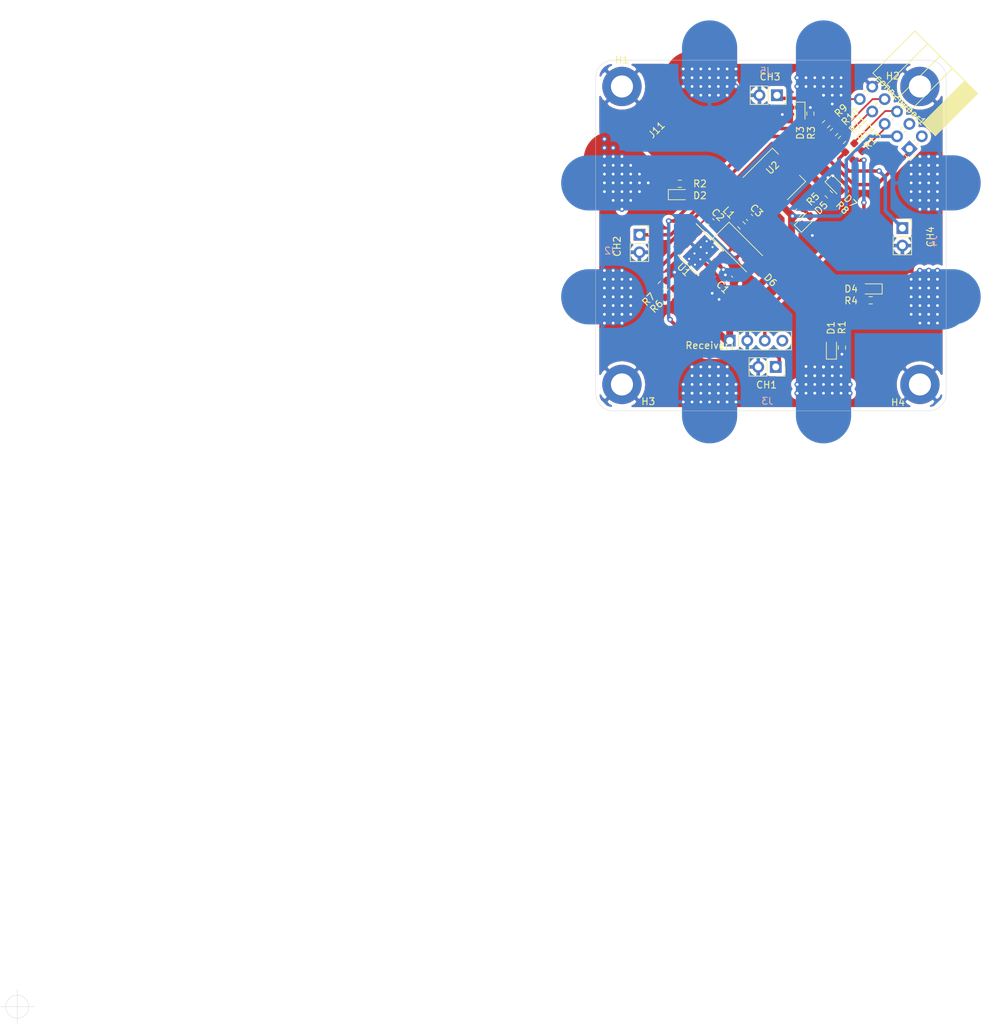
<source format=kicad_pcb>
(kicad_pcb (version 20171130) (host pcbnew "(5.1.8-0-10_14)")
  (layers (0 F.Cu signal) (31 B.Cu signal) (34 B.Paste user) (35 F.Paste user hide) (36 B.SilkS user) (37 F.SilkS user) (38 B.Mask user) (39 F.Mask user) (44 Edge.Cuts user))
  (net 0 "")
  (net 1 GND)
  (net 2 /VCC_IN)
  (net 3 "Net-(C2-Pad2)")
  (net 4 "Net-(C2-Pad1)")
  (net 5 "Net-(D1-Pad2)")
  (net 6 "Net-(D2-Pad2)")
  (net 7 "Net-(D3-Pad2)")
  (net 8 "Net-(D4-Pad2)")
  (net 9 "Net-(D5-Pad2)")
  (net 10 "Net-(D7-Pad2)")
  (net 11 PMM)
  (net 12 +5V)
  (net 13 PWM_CH1)
  (net 14 PWM_CH2)
  (net 15 +3V3)
  (net 16 PWM_CH3)
  (net 17 PWM_CH4)
  (net 18 "Net-(R6-Pad2)")
  (net 19 "Net-(U1-Pad5)")
  (net 20 "Net-(U1-Pad3)")
  (net 21 "Net-(U1-Pad2)")
  (net 22 "Net-(R9-Pad2)")
  (net 23 "Net-(R10-Pad2)")
  (net 24 "Net-(R11-Pad2)")
  (net 25 "Net-(R12-Pad2)")
  (net 26 "Net-(R13-Pad1)")
  (net 27 "Net-(conn2upper1-Pad4)")
  (net 28 "Net-(conn2upper1-Pad2)")
  (net 29 "Net-(Receiver1-Pad4)")
  (module Button_Switch_SMD:ESC_Battery_Pale (layer B.Cu) (at 107.68 102.87 90)
    (fp_text reference J3 (at -7.493 13.732 180) (layer B.SilkS) (effects (justify mirror)))
    (fp_text value Conn_01x02)
    (pad 2 smd oval (at 24.13 -10.16 90) (size 8 12) (layers B.Cu B.Paste B.Mask) (net 2 /VCC_IN))
    (pad 1 smd oval (at 7.62 -10.16 90) (size 8 12) (layers B.Cu B.Paste B.Mask) (net 1 GND))
  )
  (module Button_Switch_SMD:ESC_Battery_Pale (layer B.Cu) (at 105.41 71.35)
    (fp_text reference J5 (at 15.748 -8.8025) (layer B.SilkS) (effects (justify mirror)))
    (fp_text value Conn_01x02)
    (pad 2 smd oval (at 24.13 -10.16) (size 8 12) (layers B.Cu B.Paste B.Mask) (net 2 /VCC_IN))
    (pad 1 smd oval (at 7.62 -10.16) (size 8 12) (layers B.Cu B.Paste B.Mask) (net 1 GND))
  )
  (module Button_Switch_SMD:ESC_Battery_Pale (layer F.Cu) (at 87.63 74.93 45)
    (fp_text reference J11 (at 15.266435 9.788479 225) (layer F.SilkS))
    (fp_text value battery_plug_in)
    (pad 2 smd oval (at 24.13 10.16 45) (size 8 12) (layers F.Cu F.Paste F.Mask) (net 1 GND))
    (pad 1 smd oval (at 7.62 10.16 45) (size 8 12) (layers F.Cu F.Paste F.Mask) (net 2 /VCC_IN))
  )
  (module Button_Switch_SMD:ESC_Battery_Pale (layer B.Cu) (at 136.16 71.12 270)
    (fp_text reference J4 (at 16.0655 -9.3185 270) (layer B.SilkS) (effects (justify mirror)))
    (fp_text value Conn_01x02)
    (pad 2 smd oval (at 24.13 -10.16 270) (size 8 12) (layers B.Cu B.Paste B.Mask) (net 2 /VCC_IN))
    (pad 1 smd oval (at 7.62 -10.16 270) (size 8 12) (layers B.Cu B.Paste B.Mask) (net 1 GND))
  )
  (module Button_Switch_SMD:ESC_Battery_Pale (layer B.Cu) (at 105.41 120.65)
    (fp_text reference J2 (at -6.7945 -32.0675) (layer B.SilkS) (effects (justify mirror)))
    (fp_text value Conn_01x02)
    (pad 2 smd oval (at 24.13 -10.16) (size 8 12) (layers B.Cu B.Paste B.Mask) (net 2 /VCC_IN))
    (pad 1 smd oval (at 7.62 -10.16) (size 8 12) (layers B.Cu B.Paste B.Mask) (net 1 GND))
  )
  (module Connector_PinHeader_2.54mm:PinHeader_1x04_P2.54mm_Vertical (layer F.Cu) (at 115.951 101.6 90)
    (fp_text reference Receiver1 (at -0.6985 -2.794 180) (layer F.SilkS))
    (fp_text value Conn_01x04)
    (pad 4 thru_hole oval (at 0 7.62 90) (size 1.7 1.7) (drill 1) (layers *.Cu *.Mask) (net 29 "Net-(Receiver1-Pad4)"))
    (pad 3 thru_hole oval (at 0 5.08 90) (size 1.7 1.7) (drill 1) (layers *.Cu *.Mask) (net 11 PMM))
    (pad 2 thru_hole oval (at 0 2.54 90) (size 1.7 1.7) (drill 1) (layers *.Cu *.Mask) (net 1 GND))
    (pad 1 thru_hole rect (at 0 0 90) (size 1.7 1.7) (drill 1) (layers *.Cu *.Mask) (net 12 +5V))
  )
  (module Package_TO_SOT_SMD:SOT-223-3_TabPin2 (layer F.Cu) (at 123.19 77.47 45)
    (fp_text reference U2 (at -0.071842 -1.364999 45) (layer F.SilkS))
    (fp_text value AMS1117-3.3)
    (pad 1 smd rect (at -3.15 -2.3 45) (size 2 1.5) (layers F.Cu F.Paste F.Mask) (net 1 GND))
    (pad 3 smd rect (at -3.15 2.3 45) (size 2 1.5) (layers F.Cu F.Paste F.Mask) (net 12 +5V))
    (pad 2 smd rect (at -3.15 0 45) (size 2 1.5) (layers F.Cu F.Paste F.Mask) (net 15 +3V3))
    (pad 2 smd rect (at 3.15 0 45) (size 2 3.8) (layers F.Cu F.Paste F.Mask) (net 15 +3V3))
  )
  (module Package_SO:TI_SO-PowerPAD-8_ThermalVias (layer F.Cu) (at 111.76 88.9 315)
    (fp_text reference U1 (at -0.044901 3.457399 315) (layer F.SilkS))
    (fp_text value TPS5430DDA)
    (pad 9 thru_hole circle (at 0.6 1.8 315) (size 0.6 0.6) (drill 0.3) (layers *.Cu) (net 1 GND))
    (pad 9 thru_hole circle (at 0.6 0.7 315) (size 0.6 0.6) (drill 0.3) (layers *.Cu) (net 1 GND))
    (pad 9 thru_hole circle (at -0.6 0.7 315) (size 0.6 0.6) (drill 0.3) (layers *.Cu) (net 1 GND))
    (pad 9 thru_hole circle (at -0.6 1.8 315) (size 0.6 0.6) (drill 0.3) (layers *.Cu) (net 1 GND))
    (pad 9 thru_hole circle (at 0.6 -1.8 315) (size 0.6 0.6) (drill 0.3) (layers *.Cu) (net 1 GND))
    (pad 9 thru_hole circle (at 0.6 -0.6 315) (size 0.6 0.6) (drill 0.3) (layers *.Cu) (net 1 GND))
    (pad 9 thru_hole circle (at -0.6 -0.6 315) (size 0.6 0.6) (drill 0.3) (layers *.Cu) (net 1 GND))
    (pad 9 thru_hole circle (at -0.6 -1.8 315) (size 0.6 0.6) (drill 0.3) (layers *.Cu) (net 1 GND))
    (pad 9 smd rect (at 0 0 315) (size 2.95 4.5) (layers B.Cu) (net 1 GND))
    (pad 8 smd rect (at 2.7 -1.905 315) (size 1.55 0.6) (layers F.Cu F.Paste F.Mask) (net 3 "Net-(C2-Pad2)"))
    (pad 7 smd rect (at 2.7 -0.635 315) (size 1.55 0.6) (layers F.Cu F.Paste F.Mask) (net 2 /VCC_IN))
    (pad 6 smd rect (at 2.7 0.635 315) (size 1.55 0.6) (layers F.Cu F.Paste F.Mask) (net 1 GND))
    (pad 5 smd rect (at 2.7 1.905 315) (size 1.55 0.6) (layers F.Cu F.Paste F.Mask) (net 19 "Net-(U1-Pad5)"))
    (pad 4 smd rect (at -2.7 1.905 315) (size 1.55 0.6) (layers F.Cu F.Paste F.Mask) (net 18 "Net-(R6-Pad2)"))
    (pad 3 smd rect (at -2.7 0.635 315) (size 1.55 0.6) (layers F.Cu F.Paste F.Mask) (net 20 "Net-(U1-Pad3)"))
    (pad 2 smd rect (at -2.7 -0.635 315) (size 1.55 0.6) (layers F.Cu F.Paste F.Mask) (net 21 "Net-(U1-Pad2)"))
    (pad 1 smd rect (at -2.7 -1.905 315) (size 1.55 0.6) (layers F.Cu F.Paste F.Mask) (net 4 "Net-(C2-Pad1)"))
    (pad 9 smd rect (at 0 0 315) (size 2.95 4.5) (layers F.Cu) (net 1 GND))
    (pad 9 smd rect (at 0 0 315) (size 2.6 3.1) (layers F.Cu F.Paste F.Mask) (net 1 GND))
  )
  (module Resistor_SMD:R_0603_1608Metric_Pad0.98x0.95mm_HandSolder (layer F.Cu) (at 134.493 74.803 225)
    (fp_text reference R13 (at -3.053287 0 45) (layer F.SilkS))
    (fp_text value 22)
    (pad 2 smd roundrect (at 0.9125 0 225) (size 0.975 0.95) (layers F.Cu F.Paste F.Mask) (net 11 PMM))
    (pad 1 smd roundrect (at -0.9125 0 225) (size 0.975 0.95) (layers F.Cu F.Paste F.Mask) (net 26 "Net-(R13-Pad1)"))
  )
  (module Resistor_SMD:R_0603_1608Metric_Pad0.98x0.95mm_HandSolder (layer F.Cu) (at 133.35 73.66 45)
    (fp_text reference R12 (at 3.14309 0.089803 45) (layer F.SilkS))
    (fp_text value 22)
    (pad 2 smd roundrect (at 0.9125 0 45) (size 0.975 0.95) (layers F.Cu F.Paste F.Mask) (net 25 "Net-(R12-Pad2)"))
    (pad 1 smd roundrect (at -0.9125 0 45) (size 0.975 0.95) (layers F.Cu F.Paste F.Mask) (net 17 PWM_CH4))
  )
  (module Resistor_SMD:R_0603_1608Metric_Pad0.98x0.95mm_HandSolder (layer F.Cu) (at 132.207 72.517 45)
    (fp_text reference R11 (at 3.187991 0.044901 45) (layer F.SilkS))
    (fp_text value 22)
    (pad 2 smd roundrect (at 0.9125 0 45) (size 0.975 0.95) (layers F.Cu F.Paste F.Mask) (net 24 "Net-(R11-Pad2)"))
    (pad 1 smd roundrect (at -0.9125 0 45) (size 0.975 0.95) (layers F.Cu F.Paste F.Mask) (net 16 PWM_CH3))
  )
  (module Resistor_SMD:R_0603_1608Metric_Pad0.98x0.95mm_HandSolder (layer F.Cu) (at 131.064 71.374 45)
    (fp_text reference R10 (at 3.232892 0.089803 45) (layer F.SilkS))
    (fp_text value 22)
    (pad 2 smd roundrect (at 0.9125 0 45) (size 0.975 0.95) (layers F.Cu F.Paste F.Mask) (net 23 "Net-(R10-Pad2)"))
    (pad 1 smd roundrect (at -0.9125 0 45) (size 0.975 0.95) (layers F.Cu F.Paste F.Mask) (net 14 PWM_CH2))
  )
  (module Resistor_SMD:R_0603_1608Metric_Pad0.98x0.95mm_HandSolder (layer F.Cu) (at 129.921 70.231 45)
    (fp_text reference R9 (at 2.918583 0.134704 45) (layer F.SilkS))
    (fp_text value 22)
    (pad 2 smd roundrect (at 0.9125 0 45) (size 0.975 0.95) (layers F.Cu F.Paste F.Mask) (net 22 "Net-(R9-Pad2)"))
    (pad 1 smd roundrect (at -0.9125 0 45) (size 0.975 0.95) (layers F.Cu F.Paste F.Mask) (net 13 PWM_CH1))
  )
  (module Resistor_SMD:R_0603_1608Metric_Pad0.98x0.95mm_HandSolder (layer F.Cu) (at 130.302 80.391 315)
    (fp_text reference R8 (at 2.783879 0 315) (layer F.SilkS))
    (fp_text value 4.7K)
    (pad 2 smd roundrect (at 0.9125 0 315) (size 0.975 0.95) (layers F.Cu F.Paste F.Mask) (net 10 "Net-(D7-Pad2)"))
    (pad 1 smd roundrect (at -0.9125 0 315) (size 0.975 0.95) (layers F.Cu F.Paste F.Mask) (net 15 +3V3))
  )
  (module Resistor_SMD:R_0603_1608Metric_Pad0.98x0.95mm_HandSolder (layer F.Cu) (at 106.1085 93.5355 45)
    (fp_text reference R7 (at -2.828781 0.134704 45) (layer F.SilkS))
    (fp_text value 3.24K)
    (pad 2 smd roundrect (at 0.9125 0 45) (size 0.975 0.95) (layers F.Cu F.Paste F.Mask) (net 1 GND))
    (pad 1 smd roundrect (at -0.9125 0 45) (size 0.975 0.95) (layers F.Cu F.Paste F.Mask) (net 18 "Net-(R6-Pad2)"))
  )
  (module Resistor_SMD:R_0603_1608Metric_Pad0.98x0.95mm_HandSolder (layer F.Cu) (at 107.239719 94.680219 225)
    (fp_text reference R6 (at 2.729432 -0.052016 45) (layer F.SilkS))
    (fp_text value 10K)
    (pad 2 smd roundrect (at 0.9125 0 225) (size 0.975 0.95) (layers F.Cu F.Paste F.Mask) (net 18 "Net-(R6-Pad2)"))
    (pad 1 smd roundrect (at -0.9125 0 225) (size 0.975 0.95) (layers F.Cu F.Paste F.Mask) (net 12 +5V))
  )
  (module Resistor_SMD:R_0603_1608Metric_Pad0.98x0.95mm_HandSolder (layer F.Cu) (at 125.857 83.058 45)
    (fp_text reference R5 (at 2.918583 0.134704 45) (layer F.SilkS))
    (fp_text value 4.7K)
    (pad 2 smd roundrect (at 0.9125 0 45) (size 0.975 0.95) (layers F.Cu F.Paste F.Mask) (net 9 "Net-(D5-Pad2)"))
    (pad 1 smd roundrect (at -0.9125 0 45) (size 0.975 0.95) (layers F.Cu F.Paste F.Mask) (net 12 +5V))
  )
  (module Resistor_SMD:R_0603_1608Metric_Pad0.98x0.95mm_HandSolder (layer F.Cu) (at 136.3745 95.758)
    (fp_text reference R4 (at -2.834 0.0635) (layer F.SilkS))
    (fp_text value 10K)
    (pad 2 smd roundrect (at 0.9125 0) (size 0.975 0.95) (layers F.Cu F.Paste F.Mask) (net 2 /VCC_IN))
    (pad 1 smd roundrect (at -0.9125 0) (size 0.975 0.95) (layers F.Cu F.Paste F.Mask) (net 8 "Net-(D4-Pad2)"))
  )
  (module Resistor_SMD:R_0603_1608Metric_Pad0.98x0.95mm_HandSolder (layer F.Cu) (at 127.635 68.707 90)
    (fp_text reference R3 (at -2.794 0.127 270) (layer F.SilkS))
    (fp_text value 10K)
    (pad 2 smd roundrect (at 0.9125 0 90) (size 0.975 0.95) (layers F.Cu F.Paste F.Mask) (net 2 /VCC_IN))
    (pad 1 smd roundrect (at -0.9125 0 90) (size 0.975 0.95) (layers F.Cu F.Paste F.Mask) (net 7 "Net-(D3-Pad2)"))
  )
  (module Resistor_SMD:R_0603_1608Metric_Pad0.98x0.95mm_HandSolder (layer F.Cu) (at 108.712 78.867 180)
    (fp_text reference R2 (at -2.921 0) (layer F.SilkS))
    (fp_text value 10K)
    (pad 2 smd roundrect (at 0.9125 0 180) (size 0.975 0.95) (layers F.Cu F.Paste F.Mask) (net 2 /VCC_IN))
    (pad 1 smd roundrect (at -0.9125 0 180) (size 0.975 0.95) (layers F.Cu F.Paste F.Mask) (net 6 "Net-(D2-Pad2)"))
  )
  (module Resistor_SMD:R_0603_1608Metric_Pad0.98x0.95mm_HandSolder (layer F.Cu) (at 132.207 102.616 270)
    (fp_text reference R1 (at -2.921 0 270) (layer F.SilkS))
    (fp_text value 10K)
    (pad 2 smd roundrect (at 0.9125 0 270) (size 0.975 0.95) (layers F.Cu F.Paste F.Mask) (net 2 /VCC_IN))
    (pad 1 smd roundrect (at -0.9125 0 270) (size 0.975 0.95) (layers F.Cu F.Paste F.Mask) (net 5 "Net-(D1-Pad2)"))
  )
  (module Resistor_SMD:R_0603_1608Metric_Pad0.98x0.95mm_HandSolder (layer F.Cu) (at 117.6655 84.8995 135)
    (fp_text reference L1 (at 2.604274 0 135) (layer F.SilkS))
    (fp_text value 10uH)
    (pad 2 smd roundrect (at 0.9125 0 135) (size 0.975 0.95) (layers F.Cu F.Paste F.Mask) (net 12 +5V))
    (pad 1 smd roundrect (at -0.9125 0 135) (size 0.975 0.95) (layers F.Cu F.Paste F.Mask) (net 3 "Net-(C2-Pad2)"))
  )
  (module Connector_PinSocket_2.54mm:PinSocket_1x02_P2.54mm_Vertical (layer F.Cu) (at 140.97 85.29)
    (fp_text reference CH4 (at 4.064 1.2605 270) (layer F.SilkS))
    (fp_text value Conn_01x02)
    (pad 2 thru_hole oval (at 0 2.54) (size 1.7 1.7) (drill 1) (layers *.Cu *.Mask) (net 1 GND))
    (pad 1 thru_hole rect (at 0 0) (size 1.7 1.7) (drill 1) (layers *.Cu *.Mask) (net 17 PWM_CH4))
  )
  (module Connector_PinSocket_2.54mm:PinSocket_1x02_P2.54mm_Vertical (layer F.Cu) (at 122.79 66.04 270)
    (fp_text reference CH3 (at -2.667 0.997) (layer F.SilkS))
    (fp_text value Conn_01x02)
    (pad 2 thru_hole oval (at 0 2.54 270) (size 1.7 1.7) (drill 1) (layers *.Cu *.Mask) (net 1 GND))
    (pad 1 thru_hole rect (at 0 0 270) (size 1.7 1.7) (drill 1) (layers *.Cu *.Mask) (net 16 PWM_CH3))
  )
  (module Connector_PinSocket_2.54mm:PinSocket_2x05_P2.54mm_Horizontal (layer F.Cu) (at 141.986 73.787 225)
    (fp_text reference conn2upper1 (at -4.086017 5.882068 135) (layer F.SilkS))
    (fp_text value Conn_02x05_Counter_Clockwise)
    (pad 10 thru_hole oval (at -2.54 10.16 225) (size 1.7 1.7) (drill 1) (layers *.Cu *.Mask) (net 1 GND))
    (pad 9 thru_hole oval (at 0 10.16 225) (size 1.7 1.7) (drill 1) (layers *.Cu *.Mask) (net 22 "Net-(R9-Pad2)"))
    (pad 8 thru_hole oval (at -2.54 7.62 225) (size 1.7 1.7) (drill 1) (layers *.Cu *.Mask) (net 23 "Net-(R10-Pad2)"))
    (pad 7 thru_hole oval (at 0 7.62 225) (size 1.7 1.7) (drill 1) (layers *.Cu *.Mask) (net 24 "Net-(R11-Pad2)"))
    (pad 6 thru_hole oval (at -2.54 5.08 225) (size 1.7 1.7) (drill 1) (layers *.Cu *.Mask) (net 25 "Net-(R12-Pad2)"))
    (pad 5 thru_hole oval (at 0 5.08 225) (size 1.7 1.7) (drill 1) (layers *.Cu *.Mask) (net 26 "Net-(R13-Pad1)"))
    (pad 4 thru_hole oval (at -2.54 2.54 225) (size 1.7 1.7) (drill 1) (layers *.Cu *.Mask) (net 27 "Net-(conn2upper1-Pad4)"))
    (pad 3 thru_hole oval (at 0 2.54 225) (size 1.7 1.7) (drill 1) (layers *.Cu *.Mask) (net 12 +5V))
    (pad 2 thru_hole oval (at -2.54 0 225) (size 1.7 1.7) (drill 1) (layers *.Cu *.Mask) (net 28 "Net-(conn2upper1-Pad2)"))
    (pad 1 thru_hole rect (at 0 0 225) (size 1.7 1.7) (drill 1) (layers *.Cu *.Mask) (net 15 +3V3))
  )
  (module Connector_PinSocket_2.54mm:PinSocket_1x02_P2.54mm_Vertical (layer F.Cu) (at 102.87 86.26)
    (fp_text reference CH2 (at -3.2385 1.6875 270) (layer F.SilkS))
    (fp_text value Conn_01x02)
    (pad 2 thru_hole oval (at 0 2.54) (size 1.7 1.7) (drill 1) (layers *.Cu *.Mask) (net 1 GND))
    (pad 1 thru_hole rect (at 0 0) (size 1.7 1.7) (drill 1) (layers *.Cu *.Mask) (net 14 PWM_CH2))
  )
  (module Connector_PinSocket_2.54mm:PinSocket_1x02_P2.54mm_Vertical (layer F.Cu) (at 122.62 105.41 270)
    (fp_text reference CH1 (at 2.6035 1.335 180) (layer F.SilkS))
    (fp_text value Conn_01x02)
    (pad 2 thru_hole oval (at 0 2.54 270) (size 1.7 1.7) (drill 1) (layers *.Cu *.Mask) (net 1 GND))
    (pad 1 thru_hole rect (at 0 0 270) (size 1.7 1.7) (drill 1) (layers *.Cu *.Mask) (net 13 PWM_CH1))
  )
  (module MountingHole:MountingHole_3.2mm_M3_ISO7380_Pad_TopBottom (layer F.Cu) (at 143.51 107.95)
    (fp_text reference H4 (at -3.175 2.6035) (layer F.SilkS))
    (fp_text value MountingHole_Pad)
    (pad 1 connect circle (at 0 0) (size 5.7 5.7) (layers B.Cu B.Mask) (net 1 GND))
    (pad 1 connect circle (at 0 0) (size 5.7 5.7) (layers F.Cu F.Mask) (net 1 GND))
    (pad 1 thru_hole circle (at 0 0) (size 3.6 3.6) (drill 3.2) (layers *.Cu *.Mask) (net 1 GND))
  )
  (module MountingHole:MountingHole_3.2mm_M3_ISO7380_Pad_TopBottom (layer F.Cu) (at 100.33 107.95)
    (fp_text reference H3 (at 3.81 2.4765) (layer F.SilkS))
    (fp_text value MountingHole_Pad)
    (pad 1 connect circle (at 0 0) (size 5.7 5.7) (layers B.Cu B.Mask) (net 1 GND))
    (pad 1 connect circle (at 0 0) (size 5.7 5.7) (layers F.Cu F.Mask) (net 1 GND))
    (pad 1 thru_hole circle (at 0 0) (size 3.6 3.6) (drill 3.2) (layers *.Cu *.Mask) (net 1 GND))
  )
  (module MountingHole:MountingHole_3.2mm_M3_ISO7380_Pad_TopBottom (layer F.Cu) (at 143.51 64.77)
    (fp_text reference H2 (at -3.937 -1.524) (layer F.SilkS))
    (fp_text value MountingHole_Pad)
    (pad 1 connect circle (at 0 0) (size 5.7 5.7) (layers B.Cu B.Mask) (net 1 GND))
    (pad 1 connect circle (at 0 0) (size 5.7 5.7) (layers F.Cu F.Mask) (net 1 GND))
    (pad 1 thru_hole circle (at 0 0) (size 3.6 3.6) (drill 3.2) (layers *.Cu *.Mask) (net 1 GND))
  )
  (module MountingHole:MountingHole_3.2mm_M3_ISO7380_Pad_TopBottom (layer F.Cu) (at 100.33 64.77)
    (fp_text reference H1 (at 0 -3.85) (layer F.SilkS))
    (fp_text value MountingHole_Pad)
    (pad 1 connect circle (at 0 0) (size 5.7 5.7) (layers B.Cu B.Mask) (net 1 GND))
    (pad 1 connect circle (at 0 0) (size 5.7 5.7) (layers F.Cu F.Mask) (net 1 GND))
    (pad 1 thru_hole circle (at 0 0) (size 3.6 3.6) (drill 3.2) (layers *.Cu *.Mask) (net 1 GND))
  )
  (module LED_SMD:LED_0603_1608Metric_Pad1.05x0.95mm_HandSolder (layer F.Cu) (at 131.445 79.248 315)
    (fp_text reference D7 (at 2.918583 0.134704 135) (layer F.SilkS))
    (fp_text value LED_Small)
    (pad 2 smd roundrect (at 0.875 0 315) (size 1.05 0.95) (layers F.Cu F.Paste F.Mask) (net 10 "Net-(D7-Pad2)"))
    (pad 1 smd roundrect (at -0.875 0 315) (size 1.05 0.95) (layers F.Cu F.Paste F.Mask) (net 1 GND))
  )
  (module Diode_SMD:D_SMA_Handsoldering (layer F.Cu) (at 117.7925 88.7095 315)
    (fp_text reference D6 (at 5.792265 0.044901 135) (layer F.SilkS))
    (fp_text value B340A)
    (pad 2 smd rect (at 2.5 0 315) (size 3.5 1.8) (layers F.Cu F.Paste F.Mask) (net 1 GND))
    (pad 1 smd rect (at -2.5 0 315) (size 3.5 1.8) (layers F.Cu F.Paste F.Mask) (net 3 "Net-(C2-Pad2)"))
  )
  (module LED_SMD:LED_0603_1608Metric_Pad1.05x0.95mm_HandSolder (layer F.Cu) (at 127 84.201 45)
    (fp_text reference D5 (at 2.873682 0.269408 45) (layer F.SilkS))
    (fp_text value LED_Small)
    (pad 2 smd roundrect (at 0.875 0 45) (size 1.05 0.95) (layers F.Cu F.Paste F.Mask) (net 9 "Net-(D5-Pad2)"))
    (pad 1 smd roundrect (at -0.875 0 45) (size 1.05 0.95) (layers F.Cu F.Paste F.Mask) (net 1 GND))
  )
  (module LED_SMD:LED_0603_1608Metric_Pad1.05x0.95mm_HandSolder (layer F.Cu) (at 136.3745 94.107 180)
    (fp_text reference D4 (at 2.834 0) (layer F.SilkS))
    (fp_text value LED_Small)
    (pad 2 smd roundrect (at 0.875 0 180) (size 1.05 0.95) (layers F.Cu F.Paste F.Mask) (net 8 "Net-(D4-Pad2)"))
    (pad 1 smd roundrect (at -0.875 0 180) (size 1.05 0.95) (layers F.Cu F.Paste F.Mask) (net 1 GND))
  )
  (module LED_SMD:LED_0603_1608Metric_Pad1.05x0.95mm_HandSolder (layer F.Cu) (at 126.111 68.707 270)
    (fp_text reference D3 (at 2.794 -0.0635 270) (layer F.SilkS))
    (fp_text value LED_Small)
    (pad 2 smd roundrect (at 0.875 0 270) (size 1.05 0.95) (layers F.Cu F.Paste F.Mask) (net 7 "Net-(D3-Pad2)"))
    (pad 1 smd roundrect (at -0.875 0 270) (size 1.05 0.95) (layers F.Cu F.Paste F.Mask) (net 1 GND))
  )
  (module LED_SMD:LED_0603_1608Metric_Pad1.05x0.95mm_HandSolder (layer F.Cu) (at 108.712 80.445)
    (fp_text reference D2 (at 2.921 0.1365) (layer F.SilkS))
    (fp_text value LED_Small)
    (pad 2 smd roundrect (at 0.875 0) (size 1.05 0.95) (layers F.Cu F.Paste F.Mask) (net 6 "Net-(D2-Pad2)"))
    (pad 1 smd roundrect (at -0.875 0) (size 1.05 0.95) (layers F.Cu F.Paste F.Mask) (net 1 GND))
  )
  (module LED_SMD:LED_0603_1608Metric_Pad1.05x0.95mm_HandSolder (layer F.Cu) (at 130.683 102.616 90)
    (fp_text reference D1 (at 2.8575 -0.0635 90) (layer F.SilkS))
    (fp_text value LED_Small)
    (pad 2 smd roundrect (at 0.875 0 90) (size 1.05 0.95) (layers F.Cu F.Paste F.Mask) (net 5 "Net-(D1-Pad2)"))
    (pad 1 smd roundrect (at -0.875 0 90) (size 1.05 0.95) (layers F.Cu F.Paste F.Mask) (net 1 GND))
  )
  (module Capacitor_SMD:C_0603_1608Metric_Pad1.08x0.95mm_HandSolder (layer F.Cu) (at 118.8085 83.7565 315)
    (fp_text reference C3 (at 0 -1.43 135) (layer F.SilkS))
    (fp_text value 220uF)
    (pad 2 smd roundrect (at 0.8625 0 315) (size 1.075 0.95) (layers F.Cu F.Paste F.Mask) (net 1 GND))
    (pad 1 smd roundrect (at -0.8625 0 315) (size 1.075 0.95) (layers F.Cu F.Paste F.Mask) (net 12 +5V))
  )
  (module Capacitor_SMD:C_0603_1608Metric_Pad1.08x0.95mm_HandSolder (layer F.Cu) (at 113.2205 84.3915 315)
    (fp_text reference C2 (at 0 -1.43 135) (layer F.SilkS))
    (fp_text value 0.01uF)
    (pad 2 smd roundrect (at 0.8625 0 315) (size 1.075 0.95) (layers F.Cu F.Paste F.Mask) (net 3 "Net-(C2-Pad2)"))
    (pad 1 smd roundrect (at -0.8625 0 315) (size 1.075 0.95) (layers F.Cu F.Paste F.Mask) (net 4 "Net-(C2-Pad1)"))
  )
  (module Capacitor_SMD:C_0603_1608Metric_Pad1.08x0.95mm_HandSolder (layer F.Cu) (at 115.92588 92.68488 315)
    (fp_text reference C1 (at 0.125328 1.526644 135) (layer F.SilkS))
    (fp_text value 10uF)
    (pad 2 smd roundrect (at 0.8625 0 315) (size 1.075 0.95) (layers F.Cu F.Paste F.Mask) (net 1 GND))
    (pad 1 smd roundrect (at -0.8625 0 315) (size 1.075 0.95) (layers F.Cu F.Paste F.Mask) (net 2 /VCC_IN))
  )
  (gr_arc (start 144.78 109.22) (end 144.78 111.76) (angle -90) (layer Edge.Cuts) (width 0.05))
  (gr_line (start 99.06 111.76) (end 144.78 111.76) (layer Edge.Cuts) (width 0.05))
  (target plus (at 12.7 198.12) (size 5) (width 0.05) (layer Edge.Cuts))
  (gr_arc (start 99.06 109.22) (end 96.52 109.22) (angle -90) (layer Edge.Cuts) (width 0.05))
  (gr_arc (start 99.06 63.5) (end 99.06 60.96) (angle -90) (layer Edge.Cuts) (width 0.05))
  (gr_arc (start 144.78 63.5) (end 147.32 63.5) (angle -90) (layer Edge.Cuts) (width 0.05))
  (gr_line (start 147.32 109.22) (end 147.32 63.5) (layer Edge.Cuts) (width 0.05))
  (gr_line (start 96.52 63.5) (end 96.52 109.22) (layer Edge.Cuts) (width 0.05))
  (gr_line (start 99.06 60.96) (end 144.78 60.96) (layer Edge.Cuts) (width 0.05))
  (via (at 127 105.3465) (size 0.8) (drill 0.4) (layers F.Cu B.Cu) (net 2))
  (via (at 125.73 64.77) (size 0.8) (drill 0.4) (layers F.Cu B.Cu) (net 2))
  (via (at 130.81 66.04) (size 0.8) (drill 0.4) (layers F.Cu B.Cu) (net 2))
  (via (at 132.08 64.77) (size 0.8) (drill 0.4) (layers F.Cu B.Cu) (net 2))
  (via (at 132.08 66.04) (size 0.8) (drill 0.4) (layers F.Cu B.Cu) (net 2))
  (via (at 129.54 66.04) (size 0.8) (drill 0.4) (layers F.Cu B.Cu) (net 2))
  (via (at 129.54 66.04) (size 0.8) (drill 0.4) (layers F.Cu B.Cu) (net 2))
  (via (at 125.73 63.5) (size 0.8) (drill 0.4) (layers F.Cu B.Cu) (net 2))
  (via (at 127 64.77) (size 0.8) (drill 0.4) (layers F.Cu B.Cu) (net 2))
  (via (at 128.27 64.77) (size 0.8) (drill 0.4) (layers F.Cu B.Cu) (net 2))
  (via (at 129.54 64.77) (size 0.8) (drill 0.4) (layers F.Cu B.Cu) (net 2))
  (via (at 130.81 64.77) (size 0.8) (drill 0.4) (layers F.Cu B.Cu) (net 2))
  (via (at 130.81 63.5) (size 0.8) (drill 0.4) (layers F.Cu B.Cu) (net 2))
  (via (at 132.08 63.5) (size 0.8) (drill 0.4) (layers F.Cu B.Cu) (net 2))
  (via (at 129.54 63.5) (size 0.8) (drill 0.4) (layers F.Cu B.Cu) (net 2))
  (via (at 128.27 63.5) (size 0.8) (drill 0.4) (layers F.Cu B.Cu) (net 2))
  (via (at 127 63.5) (size 0.8) (drill 0.4) (layers F.Cu B.Cu) (net 2))
  (via (at 110.49 66.04) (size 0.8) (drill 0.4) (layers F.Cu B.Cu) (net 1))
  (via (at 115.57 66.04) (size 0.8) (drill 0.4) (layers F.Cu B.Cu) (net 1))
  (via (at 114.3 66.04) (size 0.8) (drill 0.4) (layers F.Cu B.Cu) (net 1))
  (via (at 111.76 66.04) (size 0.8) (drill 0.4) (layers F.Cu B.Cu) (net 1))
  (via (at 109.22 63.5) (size 0.8) (drill 0.4) (layers F.Cu B.Cu) (net 1))
  (via (at 109.22 64.77) (size 0.8) (drill 0.4) (layers F.Cu B.Cu) (net 1))
  (via (at 110.49 64.77) (size 0.8) (drill 0.4) (layers F.Cu B.Cu) (net 1))
  (via (at 116.84 64.77) (size 0.8) (drill 0.4) (layers F.Cu B.Cu) (net 1))
  (via (at 115.57 64.77) (size 0.8) (drill 0.4) (layers F.Cu B.Cu) (net 1))
  (via (at 116.84 63.5) (size 0.8) (drill 0.4) (layers F.Cu B.Cu) (net 1))
  (via (at 116.84 62.23) (size 0.8) (drill 0.4) (layers F.Cu B.Cu) (net 1))
  (via (at 115.57 62.23) (size 0.8) (drill 0.4) (layers F.Cu B.Cu) (net 1))
  (via (at 100.33 99.06) (size 0.8) (drill 0.4) (layers F.Cu B.Cu) (net 1))
  (via (at 99.06 99.06) (size 0.8) (drill 0.4) (layers F.Cu B.Cu) (net 1))
  (via (at 97.79 99.06) (size 0.8) (drill 0.4) (layers F.Cu B.Cu) (net 1))
  (via (at 97.79 95.25) (size 0.8) (drill 0.4) (layers F.Cu B.Cu) (net 1))
  (via (at 97.79 93.98) (size 0.8) (drill 0.4) (layers F.Cu B.Cu) (net 1))
  (via (at 100.33 93.98) (size 0.8) (drill 0.4) (layers F.Cu B.Cu) (net 1))
  (via (at 99.06 93.98) (size 0.8) (drill 0.4) (layers F.Cu B.Cu) (net 1))
  (via (at 99.06 95.25) (size 0.8) (drill 0.4) (layers F.Cu B.Cu) (net 1))
  (via (at 100.33 95.25) (size 0.8) (drill 0.4) (layers F.Cu B.Cu) (net 1))
  (via (at 100.33 95.25) (size 0.8) (drill 0.4) (layers F.Cu B.Cu) (net 1))
  (via (at 100.33 96.52) (size 0.8) (drill 0.4) (layers F.Cu B.Cu) (net 1))
  (via (at 99.06 96.52) (size 0.8) (drill 0.4) (layers F.Cu B.Cu) (net 1))
  (via (at 97.79 96.52) (size 0.8) (drill 0.4) (layers F.Cu B.Cu) (net 1))
  (via (at 97.79 97.79) (size 0.8) (drill 0.4) (layers F.Cu B.Cu) (net 1))
  (via (at 99.06 97.79) (size 0.8) (drill 0.4) (layers F.Cu B.Cu) (net 1))
  (via (at 100.33 97.79) (size 0.8) (drill 0.4) (layers F.Cu B.Cu) (net 1))
  (via (at 100.33 97.79) (size 0.8) (drill 0.4) (layers F.Cu B.Cu) (net 1))
  (via (at 101.6 97.79) (size 0.8) (drill 0.4) (layers F.Cu B.Cu) (net 1))
  (via (at 101.6 96.52) (size 0.8) (drill 0.4) (layers F.Cu B.Cu) (net 1))
  (via (at 101.6 95.25) (size 0.8) (drill 0.4) (layers F.Cu B.Cu) (net 1))
  (via (at 101.6 95.25) (size 0.8) (drill 0.4) (layers F.Cu B.Cu) (net 1))
  (via (at 101.6 93.98) (size 0.8) (drill 0.4) (layers F.Cu B.Cu) (net 1))
  (via (at 100.33 91.44) (size 0.8) (drill 0.4) (layers F.Cu B.Cu) (net 1))
  (via (at 99.06 91.44) (size 0.8) (drill 0.4) (layers F.Cu B.Cu) (net 1))
  (via (at 97.79 91.44) (size 0.8) (drill 0.4) (layers F.Cu B.Cu) (net 1))
  (via (at 101.6 92.71) (size 0.8) (drill 0.4) (layers F.Cu B.Cu) (net 1))
  (via (at 100.33 92.71) (size 0.8) (drill 0.4) (layers F.Cu B.Cu) (net 1))
  (via (at 99.06 92.71) (size 0.8) (drill 0.4) (layers F.Cu B.Cu) (net 1))
  (via (at 97.79 92.71) (size 0.8) (drill 0.4) (layers F.Cu B.Cu) (net 1))
  (via (at 125.73 109.22) (size 0.8) (drill 0.4) (layers F.Cu B.Cu) (net 2))
  (via (at 127 109.22) (size 0.8) (drill 0.4) (layers F.Cu B.Cu) (net 2))
  (via (at 128.27 109.22) (size 0.8) (drill 0.4) (layers F.Cu B.Cu) (net 2))
  (via (at 128.27 109.22) (size 0.8) (drill 0.4) (layers F.Cu B.Cu) (net 2))
  (via (at 129.54 109.22) (size 0.8) (drill 0.4) (layers F.Cu B.Cu) (net 2))
  (via (at 130.81 109.22) (size 0.8) (drill 0.4) (layers F.Cu B.Cu) (net 2))
  (via (at 132.08 109.22) (size 0.8) (drill 0.4) (layers F.Cu B.Cu) (net 2))
  (via (at 133.35 107.95) (size 0.8) (drill 0.4) (layers F.Cu B.Cu) (net 2))
  (via (at 133.35 107.95) (size 0.8) (drill 0.4) (layers F.Cu B.Cu) (net 2))
  (via (at 125.73 107.95) (size 0.8) (drill 0.4) (layers F.Cu B.Cu) (net 2))
  (via (at 130.81 105.41) (size 0.8) (drill 0.4) (layers F.Cu B.Cu) (net 2))
  (via (at 132.08 105.41) (size 0.8) (drill 0.4) (layers F.Cu B.Cu) (net 2))
  (via (at 132.08 106.68) (size 0.8) (drill 0.4) (layers F.Cu B.Cu) (net 2))
  (via (at 130.81 106.68) (size 0.8) (drill 0.4) (layers F.Cu B.Cu) (net 2))
  (via (at 130.81 107.95) (size 0.8) (drill 0.4) (layers F.Cu B.Cu) (net 2))
  (via (at 132.08 107.95) (size 0.8) (drill 0.4) (layers F.Cu B.Cu) (net 2))
  (via (at 129.54 107.95) (size 0.8) (drill 0.4) (layers F.Cu B.Cu) (net 2))
  (via (at 129.54 106.68) (size 0.8) (drill 0.4) (layers F.Cu B.Cu) (net 2))
  (via (at 128.27 107.95) (size 0.8) (drill 0.4) (layers F.Cu B.Cu) (net 2))
  (via (at 127 107.95) (size 0.8) (drill 0.4) (layers F.Cu B.Cu) (net 2))
  (via (at 127 106.68) (size 0.8) (drill 0.4) (layers F.Cu B.Cu) (net 2))
  (via (at 128.27 106.68) (size 0.8) (drill 0.4) (layers F.Cu B.Cu) (net 2))
  (via (at 128.27 106.68) (size 0.8) (drill 0.4) (layers F.Cu B.Cu) (net 2))
  (via (at 132.207 103.5685) (size 0.8) (drill 0.4) (layers F.Cu B.Cu) (net 2))
  (via (at 128.27 105.41) (size 0.8) (drill 0.4) (layers F.Cu B.Cu) (net 2))
  (via (at 116.84 110.49) (size 0.8) (drill 0.4) (layers F.Cu B.Cu) (net 1))
  (via (at 115.57 110.49) (size 0.8) (drill 0.4) (layers F.Cu B.Cu) (net 1))
  (via (at 114.3 110.49) (size 0.8) (drill 0.4) (layers F.Cu B.Cu) (net 1))
  (via (at 113.03 110.49) (size 0.8) (drill 0.4) (layers F.Cu B.Cu) (net 1))
  (via (at 111.76 110.49) (size 0.8) (drill 0.4) (layers F.Cu B.Cu) (net 1))
  (via (at 110.49 110.49) (size 0.8) (drill 0.4) (layers F.Cu B.Cu) (net 1))
  (via (at 109.22 110.49) (size 0.8) (drill 0.4) (layers F.Cu B.Cu) (net 1))
  (via (at 116.84 109.22) (size 0.8) (drill 0.4) (layers F.Cu B.Cu) (net 1))
  (via (at 115.57 109.22) (size 0.8) (drill 0.4) (layers F.Cu B.Cu) (net 1))
  (via (at 114.3 109.22) (size 0.8) (drill 0.4) (layers F.Cu B.Cu) (net 1))
  (via (at 113.03 109.22) (size 0.8) (drill 0.4) (layers F.Cu B.Cu) (net 1))
  (via (at 111.76 109.22) (size 0.8) (drill 0.4) (layers F.Cu B.Cu) (net 1))
  (via (at 110.49 109.22) (size 0.8) (drill 0.4) (layers F.Cu B.Cu) (net 1))
  (via (at 110.49 109.22) (size 0.8) (drill 0.4) (layers F.Cu B.Cu) (net 1))
  (via (at 109.22 109.22) (size 0.8) (drill 0.4) (layers F.Cu B.Cu) (net 1))
  (via (at 116.84 107.95) (size 0.8) (drill 0.4) (layers F.Cu B.Cu) (net 1))
  (via (at 115.57 107.95) (size 0.8) (drill 0.4) (layers F.Cu B.Cu) (net 1))
  (via (at 113.03 107.95) (size 0.8) (drill 0.4) (layers F.Cu B.Cu) (net 1))
  (via (at 114.3 107.95) (size 0.8) (drill 0.4) (layers F.Cu B.Cu) (net 1))
  (via (at 111.76 107.95) (size 0.8) (drill 0.4) (layers F.Cu B.Cu) (net 1))
  (via (at 110.49 107.95) (size 0.8) (drill 0.4) (layers F.Cu B.Cu) (net 1))
  (via (at 109.22 107.95) (size 0.8) (drill 0.4) (layers F.Cu B.Cu) (net 1))
  (via (at 110.49 105.41) (size 0.8) (drill 0.4) (layers F.Cu B.Cu) (net 1))
  (via (at 115.57 105.41) (size 0.8) (drill 0.4) (layers F.Cu B.Cu) (net 1))
  (via (at 114.3 105.41) (size 0.8) (drill 0.4) (layers F.Cu B.Cu) (net 1))
  (via (at 113.03 105.41) (size 0.8) (drill 0.4) (layers F.Cu B.Cu) (net 1))
  (via (at 113.03 105.41) (size 0.8) (drill 0.4) (layers F.Cu B.Cu) (net 1))
  (via (at 111.76 105.41) (size 0.8) (drill 0.4) (layers F.Cu B.Cu) (net 1))
  (via (at 115.57 106.68) (size 0.8) (drill 0.4) (layers F.Cu B.Cu) (net 1))
  (via (at 113.03 106.68) (size 0.8) (drill 0.4) (layers F.Cu B.Cu) (net 1))
  (via (at 114.3 106.68) (size 0.8) (drill 0.4) (layers F.Cu B.Cu) (net 1))
  (via (at 111.76 106.68) (size 0.8) (drill 0.4) (layers F.Cu B.Cu) (net 1))
  (via (at 110.49 106.68) (size 0.8) (drill 0.4) (layers F.Cu B.Cu) (net 1))
  (via (at 100.33 82.55) (size 0.8) (drill 0.4) (layers F.Cu B.Cu) (net 2))
  (via (at 143.51 82.55) (size 0.8) (drill 0.4) (layers F.Cu B.Cu) (net 1))
  (via (at 143.51 99.06) (size 0.8) (drill 0.4) (layers F.Cu B.Cu) (net 2))
  (via (at 143.51 91.44) (size 0.8) (drill 0.4) (layers F.Cu B.Cu) (net 2))
  (via (at 146.05 91.44) (size 0.8) (drill 0.4) (layers F.Cu B.Cu) (net 2))
  (via (at 144.78 91.44) (size 0.8) (drill 0.4) (layers F.Cu B.Cu) (net 2))
  (via (at 144.78 91.44) (size 0.8) (drill 0.4) (layers F.Cu B.Cu) (net 2))
  (via (at 146.05 99.06) (size 0.8) (drill 0.4) (layers F.Cu B.Cu) (net 2))
  (via (at 144.78 99.06) (size 0.8) (drill 0.4) (layers F.Cu B.Cu) (net 2))
  (via (at 146.05 74.93) (size 0.8) (drill 0.4) (layers F.Cu B.Cu) (net 1))
  (via (at 144.78 74.93) (size 0.8) (drill 0.4) (layers F.Cu B.Cu) (net 1))
  (via (at 146.05 82.55) (size 0.8) (drill 0.4) (layers F.Cu B.Cu) (net 1))
  (via (at 144.78 82.55) (size 0.8) (drill 0.4) (layers F.Cu B.Cu) (net 1))
  (via (at 144.78 80.01) (size 0.8) (drill 0.4) (layers F.Cu B.Cu) (net 1))
  (via (at 143.51 80.01) (size 0.8) (drill 0.4) (layers F.Cu B.Cu) (net 1))
  (via (at 143.51 78.74) (size 0.8) (drill 0.4) (layers F.Cu B.Cu) (net 1))
  (via (at 144.78 78.74) (size 0.8) (drill 0.4) (layers F.Cu B.Cu) (net 1))
  (via (at 144.78 77.47) (size 0.8) (drill 0.4) (layers F.Cu B.Cu) (net 1))
  (via (at 143.51 77.47) (size 0.8) (drill 0.4) (layers F.Cu B.Cu) (net 1))
  (via (at 142.24 78.74) (size 0.8) (drill 0.4) (layers F.Cu B.Cu) (net 1))
  (via (at 142.24 80.01) (size 0.8) (drill 0.4) (layers F.Cu B.Cu) (net 1))
  (via (at 142.24 81.28) (size 0.8) (drill 0.4) (layers F.Cu B.Cu) (net 1))
  (via (at 143.51 81.28) (size 0.8) (drill 0.4) (layers F.Cu B.Cu) (net 1))
  (via (at 144.78 81.28) (size 0.8) (drill 0.4) (layers F.Cu B.Cu) (net 1))
  (via (at 146.05 81.28) (size 0.8) (drill 0.4) (layers F.Cu B.Cu) (net 1))
  (via (at 146.05 80.01) (size 0.8) (drill 0.4) (layers F.Cu B.Cu) (net 1))
  (via (at 146.05 78.74) (size 0.8) (drill 0.4) (layers F.Cu B.Cu) (net 1))
  (via (at 146.05 77.47) (size 0.8) (drill 0.4) (layers F.Cu B.Cu) (net 1))
  (via (at 146.05 76.2) (size 0.8) (drill 0.4) (layers F.Cu B.Cu) (net 1))
  (via (at 144.78 76.2) (size 0.8) (drill 0.4) (layers F.Cu B.Cu) (net 1))
  (via (at 143.51 76.2) (size 0.8) (drill 0.4) (layers F.Cu B.Cu) (net 1))
  (via (at 142.24 97.79) (size 0.8) (drill 0.4) (layers F.Cu B.Cu) (net 2))
  (via (at 142.24 96.52) (size 0.8) (drill 0.4) (layers F.Cu B.Cu) (net 2))
  (via (at 142.24 95.25) (size 0.8) (drill 0.4) (layers F.Cu B.Cu) (net 2))
  (via (at 142.24 93.98) (size 0.8) (drill 0.4) (layers F.Cu B.Cu) (net 2))
  (via (at 142.24 92.71) (size 0.8) (drill 0.4) (layers F.Cu B.Cu) (net 2))
  (via (at 146.05 97.79) (size 0.8) (drill 0.4) (layers F.Cu B.Cu) (net 2))
  (via (at 144.78 97.79) (size 0.8) (drill 0.4) (layers F.Cu B.Cu) (net 2))
  (via (at 143.51 97.79) (size 0.8) (drill 0.4) (layers F.Cu B.Cu) (net 2))
  (via (at 143.51 96.52) (size 0.8) (drill 0.4) (layers F.Cu B.Cu) (net 2))
  (via (at 144.78 96.52) (size 0.8) (drill 0.4) (layers F.Cu B.Cu) (net 2))
  (via (at 146.05 96.52) (size 0.8) (drill 0.4) (layers F.Cu B.Cu) (net 2))
  (via (at 146.05 95.25) (size 0.8) (drill 0.4) (layers F.Cu B.Cu) (net 2))
  (via (at 144.78 95.25) (size 0.8) (drill 0.4) (layers F.Cu B.Cu) (net 2))
  (via (at 143.51 95.25) (size 0.8) (drill 0.4) (layers F.Cu B.Cu) (net 2))
  (via (at 143.51 93.98) (size 0.8) (drill 0.4) (layers F.Cu B.Cu) (net 2))
  (via (at 144.78 93.98) (size 0.8) (drill 0.4) (layers F.Cu B.Cu) (net 2))
  (via (at 146.05 93.98) (size 0.8) (drill 0.4) (layers F.Cu B.Cu) (net 2))
  (via (at 146.05 92.71) (size 0.8) (drill 0.4) (layers F.Cu B.Cu) (net 2))
  (via (at 144.78 92.71) (size 0.8) (drill 0.4) (layers F.Cu B.Cu) (net 2))
  (via (at 143.51 92.71) (size 0.8) (drill 0.4) (layers F.Cu B.Cu) (net 2))
  (via (at 97.79 73.66) (size 0.8) (drill 0.4) (layers F.Cu B.Cu) (net 2))
  (via (at 97.79 72.39) (size 0.8) (drill 0.4) (layers F.Cu B.Cu) (net 2))
  (via (at 99.06 74.93) (size 0.8) (drill 0.4) (layers F.Cu B.Cu) (net 2))
  (via (at 100.33 76.2) (size 0.8) (drill 0.4) (layers F.Cu B.Cu) (net 2))
  (via (at 100.33 76.2) (size 0.8) (drill 0.4) (layers F.Cu B.Cu) (net 2))
  (via (at 101.6 77.47) (size 0.8) (drill 0.4) (layers F.Cu B.Cu) (net 2))
  (via (at 102.87 78.74) (size 0.8) (drill 0.4) (layers F.Cu B.Cu) (net 2))
  (via (at 97.79 80.01) (size 0.8) (drill 0.4) (layers F.Cu B.Cu) (net 2))
  (via (at 99.06 81.28) (size 0.8) (drill 0.4) (layers F.Cu B.Cu) (net 2))
  (via (at 100.33 81.28) (size 0.8) (drill 0.4) (layers F.Cu B.Cu) (net 2))
  (via (at 99.06 80.01) (size 0.8) (drill 0.4) (layers F.Cu B.Cu) (net 2))
  (via (at 97.79 78.74) (size 0.8) (drill 0.4) (layers F.Cu B.Cu) (net 2))
  (via (at 97.79 76.2) (size 0.8) (drill 0.4) (layers F.Cu B.Cu) (net 2))
  (via (at 99.06 77.47) (size 0.8) (drill 0.4) (layers F.Cu B.Cu) (net 2))
  (via (at 100.33 78.74) (size 0.8) (drill 0.4) (layers F.Cu B.Cu) (net 2))
  (via (at 101.6 80.01) (size 0.8) (drill 0.4) (layers F.Cu B.Cu) (net 2))
  (via (at 101.6 81.28) (size 0.8) (drill 0.4) (layers F.Cu B.Cu) (net 2))
  (via (at 100.33 80.01) (size 0.8) (drill 0.4) (layers F.Cu B.Cu) (net 2))
  (via (at 99.06 78.74) (size 0.8) (drill 0.4) (layers F.Cu B.Cu) (net 2))
  (via (at 97.79 77.47) (size 0.8) (drill 0.4) (layers F.Cu B.Cu) (net 2))
  (via (at 97.79 74.93) (size 0.8) (drill 0.4) (layers F.Cu B.Cu) (net 2))
  (via (at 99.06 76.2) (size 0.8) (drill 0.4) (layers F.Cu B.Cu) (net 2))
  (via (at 100.33 77.47) (size 0.8) (drill 0.4) (layers F.Cu B.Cu) (net 2))
  (via (at 101.6 78.74) (size 0.8) (drill 0.4) (layers F.Cu B.Cu) (net 2))
  (via (at 102.87 80.01) (size 0.8) (drill 0.4) (layers F.Cu B.Cu) (net 2))
  (via (at 104.14 78.74) (size 0.8) (drill 0.4) (layers F.Cu B.Cu) (net 2))
  (via (at 102.87 77.47) (size 0.8) (drill 0.4) (layers F.Cu B.Cu) (net 2))
  (via (at 101.6 76.2) (size 0.8) (drill 0.4) (layers F.Cu B.Cu) (net 2))
  (via (at 100.33 74.93) (size 0.8) (drill 0.4) (layers F.Cu B.Cu) (net 2))
  (via (at 99.06 73.66) (size 0.8) (drill 0.4) (layers F.Cu B.Cu) (net 2))
  (via (at 114.3 63.5) (size 0.8) (drill 0.4) (layers F.Cu B.Cu) (net 1))
  (via (at 113.03 64.77) (size 0.8) (drill 0.4) (layers F.Cu B.Cu) (net 1))
  (via (at 110.49 62.23) (size 0.8) (drill 0.4) (layers F.Cu B.Cu) (net 1))
  (via (at 111.76 63.5) (size 0.8) (drill 0.4) (layers F.Cu B.Cu) (net 1))
  (via (at 113.03 62.23) (size 0.8) (drill 0.4) (layers F.Cu B.Cu) (net 1))
  (via (at 115.57 63.5) (size 0.8) (drill 0.4) (layers F.Cu B.Cu) (net 1))
  (via (at 114.3 62.23) (size 0.8) (drill 0.4) (layers F.Cu B.Cu) (net 1))
  (via (at 113.03 66.04) (size 0.8) (drill 0.4) (layers F.Cu B.Cu) (net 1))
  (via (at 114.3 64.77) (size 0.8) (drill 0.4) (layers F.Cu B.Cu) (net 1))
  (via (at 111.76 64.77) (size 0.8) (drill 0.4) (layers F.Cu B.Cu) (net 1))
  (via (at 113.03 63.5) (size 0.8) (drill 0.4) (layers F.Cu B.Cu) (net 1))
  (via (at 110.49 63.5) (size 0.8) (drill 0.4) (layers F.Cu B.Cu) (net 1))
  (via (at 111.76 62.23) (size 0.8) (drill 0.4) (layers F.Cu B.Cu) (net 1))
  (via (at 109.22 62.23) (size 0.8) (drill 0.4) (layers F.Cu B.Cu) (net 1))
  (via (at 142.24 77.47) (size 0.8) (drill 0.4) (layers F.Cu B.Cu) (net 1))
  (via (at 142.24 76.2) (size 0.8) (drill 0.4) (layers F.Cu B.Cu) (net 1))
  (via (at 143.51 74.93) (size 0.8) (drill 0.4) (layers F.Cu B.Cu) (net 1))
  (segment (start 126.111 67.832) (end 124.573 67.832) (width 0.5) (layer F.Cu) (net 1))
  (segment (start 124.573 67.832) (end 123.571 68.834) (width 0.5) (layer F.Cu) (net 1))
  (segment (start 123.571 68.834) (end 123.571 68.834) (width 0.5) (layer F.Cu) (net 1))
  (via (at 123.571 68.834) (size 0.8) (drill 0.4) (layers F.Cu B.Cu) (net 1))
  (segment (start 126.381282 84.819718) (end 127.921564 86.36) (width 0.5) (layer F.Cu) (net 1))
  (segment (start 127.921564 86.36) (end 127.921564 86.36) (width 0.5) (layer F.Cu) (net 1))
  (via (at 127.921564 86.36) (size 0.8) (drill 0.4) (layers F.Cu B.Cu) (net 1))
  (segment (start 121.3485 86.2965) (end 121.3485 88.689034) (width 0.5) (layer F.Cu) (net 1))
  (segment (start 121.3485 88.689034) (end 119.560267 90.477267) (width 0.5) (layer F.Cu) (net 1))
  (segment (start 119.41838 84.36638) (end 121.3485 86.2965) (width 0.5) (layer F.Cu) (net 1))
  (segment (start 119.560267 90.477267) (end 114.406534 95.631) (width 0.5) (layer F.Cu) (net 1))
  (segment (start 113.220176 91.258201) (end 113.220176 91.28734) (width 0.5) (layer F.Cu) (net 1))
  (segment (start 113.220176 91.28734) (end 114.3 92.367164) (width 0.5) (layer F.Cu) (net 1))
  (segment (start 114.3 92.367164) (end 114.3 93.853) (width 0.5) (layer F.Cu) (net 1))
  (segment (start 114.3 93.853) (end 113.411 94.742) (width 0.5) (layer F.Cu) (net 1))
  (segment (start 106.753735 92.890265) (end 107.95 91.694) (width 0.5) (layer F.Cu) (net 1))
  (segment (start 107.95 91.694) (end 107.95 91.694) (width 0.5) (layer F.Cu) (net 1))
  (via (at 107.95 91.694) (size 0.8) (drill 0.4) (layers F.Cu B.Cu) (net 1))
  (segment (start 113.411 94.742) (end 113.411 94.742) (width 0.5) (layer F.Cu) (net 1))
  (via (at 113.411 94.742) (size 0.8) (drill 0.4) (layers F.Cu B.Cu) (net 1))
  (segment (start 114.406534 95.631) (end 114.406534 95.631) (width 0.5) (layer F.Cu) (net 1))
  (via (at 114.406534 95.631) (size 0.8) (drill 0.4) (layers F.Cu B.Cu) (net 1))
  (segment (start 130.826282 78.629282) (end 130.175 77.978) (width 0.5) (layer F.Cu) (net 1))
  (segment (start 130.175 77.978) (end 130.175 77.978) (width 0.5) (layer F.Cu) (net 1))
  (via (at 130.175 77.978) (size 0.8) (drill 0.4) (layers F.Cu B.Cu) (net 1))
  (segment (start 105.864962 88.8) (end 102.87 88.8) (width 0.5) (layer F.Cu) (net 1))
  (segment (start 116.593921 78.071041) (end 105.864962 88.8) (width 0.5) (layer F.Cu) (net 1))
  (segment (start 119.336268 78.071041) (end 116.593921 78.071041) (width 0.5) (layer F.Cu) (net 1))
  (segment (start 123.571 68.834) (end 123.298998 68.834) (width 0.25) (layer F.Cu) (net 1))
  (via (at 130.9116 77.724) (size 0.8) (drill 0.4) (layers F.Cu B.Cu) (net 1))
  (segment (start 111.76 89.798025) (end 113.220176 91.258201) (width 0.5) (layer F.Cu) (net 1))
  (segment (start 111.76 88.9) (end 111.76 89.798025) (width 0.5) (layer F.Cu) (net 1))
  (segment (start 130.9116 78.543964) (end 130.826282 78.629282) (width 0.5) (layer F.Cu) (net 1))
  (segment (start 130.9116 77.724) (end 130.9116 78.543964) (width 0.5) (layer F.Cu) (net 1))
  (segment (start 130.429 77.724) (end 130.175 77.978) (width 0.5) (layer F.Cu) (net 1))
  (segment (start 130.9116 77.724) (end 130.429 77.724) (width 0.5) (layer F.Cu) (net 1))
  (segment (start 133.763285 80.01) (end 142.24 80.01) (width 0.5) (layer F.Cu) (net 1))
  (segment (start 131.477285 77.724) (end 133.763285 80.01) (width 0.5) (layer F.Cu) (net 1))
  (segment (start 130.9116 77.724) (end 131.477285 77.724) (width 0.5) (layer F.Cu) (net 1))
  (segment (start 129.54 61.575002) (end 129.54 61.575002) (width 0.25) (layer B.Cu) (net 2))
  (segment (start 97.52 78.74) (end 112.375002 78.74) (width 8) (layer B.Cu) (net 2))
  (segment (start 146.704998 96.012) (end 129.54 96.012) (width 8) (layer B.Cu) (net 2))
  (segment (start 128.885002 95.25) (end 112.375002 78.74) (width 0.25) (layer B.Cu) (net 2))
  (via (at 129.54 105.41) (size 0.8) (drill 0.4) (layers F.Cu B.Cu) (net 2))
  (via (at 129.54 105.41) (size 0.8) (drill 0.4) (layers F.Cu B.Cu) (net 2))
  (via (at 129.54 105.41) (size 0.8) (drill 0.4) (layers F.Cu B.Cu) (net 2))
  (via (at 129.54 105.41) (size 0.8) (drill 0.4) (layers F.Cu B.Cu) (net 2))
  (via (at 129.54 105.41) (size 0.8) (drill 0.4) (layers F.Cu B.Cu) (net 2))
  (via (at 129.54 105.41) (size 0.8) (drill 0.4) (layers F.Cu B.Cu) (net 2))
  (via (at 129.54 105.41) (size 0.8) (drill 0.4) (layers F.Cu B.Cu) (net 2))
  (via (at 129.54 105.41) (size 0.8) (drill 0.4) (layers F.Cu B.Cu) (net 2))
  (segment (start 129.54 61.575002) (end 129.54 61.31001) (width 0.25) (layer B.Cu) (net 2))
  (segment (start 129.54 64.008) (end 129.54 67.31) (width 8) (layer B.Cu) (net 2))
  (segment (start 117.147501 83.512499) (end 112.375002 78.74) (width 8) (layer B.Cu) (net 2))
  (segment (start 129.54 95.904998) (end 129.54 110.49) (width 8) (layer B.Cu) (net 2))
  (segment (start 107.6725 78.74) (end 107.7995 78.867) (width 0.25) (layer F.Cu) (net 2))
  (segment (start 104.14 78.74) (end 107.6725 78.74) (width 0.5) (layer F.Cu) (net 2))
  (segment (start 114.118201 90.360176) (end 114.118201 90.369201) (width 0.25) (layer F.Cu) (net 2))
  (segment (start 115.316 92.075) (end 115.316 92.075) (width 0.25) (layer F.Cu) (net 2))
  (via (at 115.316 92.075) (size 0.8) (drill 0.4) (layers F.Cu B.Cu) (net 2))
  (segment (start 123.656251 90.021249) (end 119.782751 90.021249) (width 0.25) (layer B.Cu) (net 2))
  (segment (start 129.54 95.904998) (end 123.656251 90.021249) (width 8) (layer B.Cu) (net 2))
  (segment (start 123.656251 90.021249) (end 117.147501 83.512499) (width 8) (layer B.Cu) (net 2))
  (segment (start 117.729 92.075) (end 116.205 92.075) (width 2) (layer B.Cu) (net 2))
  (segment (start 119.782751 90.021249) (end 117.729 92.075) (width 2) (layer B.Cu) (net 2))
  (via (at 130.81 67.31) (size 0.8) (drill 0.4) (layers F.Cu B.Cu) (net 2))
  (via (at 127.635 67.818) (size 0.8) (drill 0.4) (layers F.Cu B.Cu) (net 2))
  (segment (start 129.54 67.31) (end 129.54 70.358) (width 8) (layer B.Cu) (net 2))
  (segment (start 141.478 95.758) (end 142.24 96.52) (width 0.5) (layer F.Cu) (net 2))
  (segment (start 137.287 95.758) (end 141.478 95.758) (width 0.5) (layer F.Cu) (net 2))
  (segment (start 142.24 96.52) (end 146.05 96.52) (width 0.5) (layer F.Cu) (net 2))
  (segment (start 114.118201 90.369201) (end 115.03025 91.28125) (width 0.5) (layer F.Cu) (net 2))
  (via (at 115.03025 91.313) (size 0.8) (drill 0.4) (layers F.Cu B.Cu) (net 2))
  (segment (start 115.316 91.567) (end 115.03025 91.28125) (width 0.5) (layer F.Cu) (net 2))
  (segment (start 115.316 92.075) (end 115.316 91.567) (width 0.5) (layer F.Cu) (net 2))
  (segment (start 116.205 92.075) (end 115.316 92.075) (width 2) (layer B.Cu) (net 2))
  (segment (start 129.54 71.12) (end 118.417501 82.242499) (width 8) (layer B.Cu) (net 2))
  (via (at 133.35 109.22) (size 0.8) (drill 0.4) (layers F.Cu B.Cu) (net 2))
  (segment (start 115.016227 89.46215) (end 116.1415 88.336877) (width 0.5) (layer F.Cu) (net 3))
  (segment (start 116.1415 87.0585) (end 116.024733 86.941733) (width 0.25) (layer F.Cu) (net 3))
  (segment (start 118.353765 85.544735) (end 117.2845 86.614) (width 0.5) (layer F.Cu) (net 3))
  (segment (start 116.956767 86.941733) (end 116.024733 86.941733) (width 0.25) (layer F.Cu) (net 3))
  (segment (start 117.24147 86.65703) (end 116.956767 86.941733) (width 0.5) (layer F.Cu) (net 3))
  (segment (start 116.403877 88.0745) (end 116.5225 88.0745) (width 0.25) (layer F.Cu) (net 3))
  (segment (start 115.016227 89.46215) (end 116.403877 88.0745) (width 0.25) (layer F.Cu) (net 3))
  (segment (start 113.83038 85.00138) (end 115.7605 86.9315) (width 0.5) (layer F.Cu) (net 3))
  (segment (start 111.0615 85.33074) (end 111.0615 85.344) (width 0.25) (layer F.Cu) (net 4))
  (segment (start 112.61062 83.78162) (end 111.0615 85.33074) (width 0.25) (layer F.Cu) (net 4))
  (segment (start 130.7205 101.7035) (end 130.683 101.741) (width 0.25) (layer F.Cu) (net 5))
  (segment (start 132.1695 101.741) (end 132.207 101.7035) (width 0.5) (layer F.Cu) (net 5))
  (segment (start 130.683 101.741) (end 132.1695 101.741) (width 0.5) (layer F.Cu) (net 5))
  (segment (start 109.6245 80.4075) (end 109.587 80.445) (width 0.25) (layer F.Cu) (net 6))
  (segment (start 109.6245 78.867) (end 109.6245 80.4075) (width 0.5) (layer F.Cu) (net 6))
  (segment (start 127.5975 69.582) (end 127.635 69.6195) (width 0.5) (layer F.Cu) (net 7))
  (segment (start 126.111 69.582) (end 127.5975 69.582) (width 0.5) (layer F.Cu) (net 7))
  (segment (start 135.4995 95.7205) (end 135.462 95.758) (width 0.5) (layer F.Cu) (net 8))
  (segment (start 135.4995 94.107) (end 135.4995 95.7205) (width 0.5) (layer F.Cu) (net 8))
  (segment (start 126.502235 82.465799) (end 127.618718 83.582282) (width 0.5) (layer F.Cu) (net 9))
  (segment (start 126.502235 82.412765) (end 126.502235 82.465799) (width 0.5) (layer F.Cu) (net 9))
  (segment (start 130.947235 81.036235) (end 130.947235 80.983201) (width 0.25) (layer F.Cu) (net 10))
  (segment (start 132.063718 79.919752) (end 130.947235 81.036235) (width 0.5) (layer F.Cu) (net 10))
  (segment (start 132.063718 79.866718) (end 132.063718 79.919752) (width 0.5) (layer F.Cu) (net 10))
  (segment (start 135.392235 75.448235) (end 135.392235 75.448235) (width 0.25) (layer F.Cu) (net 11))
  (via (at 135.392235 75.448235) (size 0.8) (drill 0.4) (layers F.Cu B.Cu) (net 11))
  (segment (start 135.392235 81.587265) (end 135.392235 81.587265) (width 0.25) (layer B.Cu) (net 11))
  (via (at 135.392235 81.587265) (size 0.8) (drill 0.4) (layers F.Cu B.Cu) (net 11))
  (segment (start 133.847765 75.448235) (end 135.392235 75.448235) (width 0.5) (layer F.Cu) (net 11))
  (segment (start 135.392235 75.448235) (end 135.392235 81.587265) (width 0.5) (layer B.Cu) (net 11))
  (segment (start 135.392235 81.587265) (end 135.392235 83.174765) (width 0.5) (layer F.Cu) (net 11))
  (segment (start 121.031 97.536) (end 121.031 101.6) (width 0.5) (layer F.Cu) (net 11))
  (segment (start 135.392235 83.174765) (end 121.031 97.536) (width 0.5) (layer F.Cu) (net 11))
  (segment (start 125.211765 83.703235) (end 125.053015 83.544485) (width 1) (layer F.Cu) (net 12))
  (segment (start 122.832262 81.323732) (end 122.588959 81.323732) (width 0.25) (layer F.Cu) (net 12))
  (segment (start 115.44997 101.6) (end 115.951 101.6) (width 0.25) (layer F.Cu) (net 12))
  (segment (start 107.884954 94.034984) (end 115.44997 101.6) (width 1) (layer F.Cu) (net 12))
  (segment (start 118.15303 83.1215) (end 118.1735 83.1215) (width 0.25) (layer F.Cu) (net 12))
  (segment (start 117.020265 84.254265) (end 118.15303 83.1215) (width 1) (layer F.Cu) (net 12))
  (segment (start 118.19862 83.08312) (end 119.23974 82.042) (width 1) (layer F.Cu) (net 12))
  (segment (start 119.3165 81.9785) (end 121.7295 81.9785) (width 1) (layer F.Cu) (net 12))
  (segment (start 119.23974 82.1055) (end 119.38 82.1055) (width 0.25) (layer F.Cu) (net 12))
  (segment (start 119.38 82.1055) (end 119.507 82.1055) (width 0.25) (layer F.Cu) (net 12))
  (segment (start 121.7295 81.9785) (end 122.428 81.28) (width 0.25) (layer F.Cu) (net 12))
  (segment (start 124.9045 83.693) (end 124.9045 88.9) (width 1) (layer F.Cu) (net 12))
  (segment (start 115.951 97.917) (end 115.951 101.346) (width 1) (layer F.Cu) (net 12))
  (segment (start 115.951 97.8535) (end 124.9045 88.9) (width 1) (layer F.Cu) (net 12))
  (segment (start 115.951 98.171) (end 115.951 97.8535) (width 0.25) (layer F.Cu) (net 12))
  (segment (start 125.053015 83.544485) (end 122.832262 81.323732) (width 1) (layer F.Cu) (net 12))
  (via (at 125.053015 83.544485) (size 0.8) (drill 0.4) (layers F.Cu B.Cu) (net 12))
  (segment (start 131.847515 83.544485) (end 125.053015 83.544485) (width 0.5) (layer B.Cu) (net 12))
  (segment (start 132.842 82.55) (end 131.847515 83.544485) (width 0.5) (layer B.Cu) (net 12))
  (segment (start 136.289051 71.990949) (end 132.842 75.438) (width 0.5) (layer B.Cu) (net 12))
  (segment (start 132.842 75.438) (end 132.842 82.55) (width 0.5) (layer B.Cu) (net 12))
  (segment (start 140.189949 71.990949) (end 136.289051 71.990949) (width 0.5) (layer B.Cu) (net 12))
  (segment (start 107.09749 84.2645) (end 107.09749 84.2645) (width 0.25) (layer F.Cu) (net 13))
  (via (at 107.09749 84.2645) (size 0.8) (drill 0.4) (layers F.Cu B.Cu) (net 13))
  (segment (start 107.315 98.552) (end 107.2515 98.4885) (width 0.25) (layer F.Cu) (net 13))
  (via (at 107.315 98.552) (size 0.8) (drill 0.4) (layers F.Cu B.Cu) (net 13))
  (segment (start 107.09749 98.33449) (end 107.315 98.552) (width 0.25) (layer B.Cu) (net 13))
  (segment (start 107.09749 84.2645) (end 107.09749 98.33449) (width 0.5) (layer B.Cu) (net 13))
  (segment (start 111.051355 102.054645) (end 111.135145 102.054645) (width 0.25) (layer F.Cu) (net 13))
  (segment (start 110.998 102.0445) (end 107.198145 98.541855) (width 0.5) (layer F.Cu) (net 13))
  (segment (start 122.4915 103.505) (end 123.1265 104.14) (width 0.5) (layer F.Cu) (net 13))
  (segment (start 112.4585 103.505) (end 122.4915 103.505) (width 0.5) (layer F.Cu) (net 13))
  (segment (start 123.1265 104.14) (end 123.1265 104.8385) (width 0.5) (layer F.Cu) (net 13))
  (segment (start 111.051355 102.097855) (end 112.4585 103.505) (width 0.5) (layer F.Cu) (net 13))
  (segment (start 111.051355 102.054645) (end 111.051355 102.097855) (width 0.25) (layer F.Cu) (net 13))
  (segment (start 120.830265 71.346135) (end 121.3104 70.866) (width 0.5) (layer F.Cu) (net 13))
  (segment (start 121.3104 70.866) (end 129.275765 70.876235) (width 0.5) (layer F.Cu) (net 13))
  (segment (start 108.1532 83.9724) (end 120.830265 71.346135) (width 0.5) (layer F.Cu) (net 13))
  (segment (start 107.8611 84.2645) (end 108.1532 83.9724) (width 0.5) (layer F.Cu) (net 13))
  (segment (start 107.09749 84.2645) (end 107.8611 84.2645) (width 0.5) (layer F.Cu) (net 13))
  (segment (start 121.666 72.009) (end 107.415 86.26) (width 0.5) (layer F.Cu) (net 14))
  (segment (start 130.418765 72.019235) (end 121.655765 72.019235) (width 0.5) (layer F.Cu) (net 14))
  (segment (start 102.87 86.26) (end 107.415 86.26) (width 0.5) (layer F.Cu) (net 14))
  (segment (start 133.549205 66.602795) (end 130.566235 69.585765) (width 0.25) (layer F.Cu) (net 22))
  (segment (start 134.801795 66.602795) (end 133.549205 66.602795) (width 0.25) (layer F.Cu) (net 22))
  (segment (start 136.654895 66.602795) (end 138.393898 66.602795) (width 0.25) (layer F.Cu) (net 23))
  (segment (start 132.528925 70.728765) (end 136.654895 66.602795) (width 0.25) (layer F.Cu) (net 23))
  (segment (start 131.709235 70.728765) (end 132.528925 70.728765) (width 0.25) (layer F.Cu) (net 23))
  (segment (start 136.325154 68.398846) (end 136.597846 68.398846) (width 0.25) (layer F.Cu) (net 24))
  (segment (start 132.852235 71.871765) (end 136.325154 68.398846) (width 0.25) (layer F.Cu) (net 24))
  (segment (start 133.995235 73.014765) (end 133.995235 72.654235) (width 0.25) (layer F.Cu) (net 25))
  (segment (start 137.218897 69.596) (end 138.450948 68.363949) (width 0.25) (layer F.Cu) (net 25))
  (segment (start 138.4935 68.326) (end 140.232501 68.326) (width 0.25) (layer F.Cu) (net 25))
  (segment (start 133.999838 72.819662) (end 137.2235 69.596) (width 0.25) (layer F.Cu) (net 25))
  (segment (start 135.138235 74.157765) (end 138.176 71.12) (width 0.25) (layer F.Cu) (net 26))
  (segment (start 138.176 71.12) (end 138.176 70.412796) (width 0.25) (layer F.Cu) (net 26))
  (segment (start 125.417386 75.242614) (end 120.962614 79.697386) (width 1) (layer F.Cu) (net 15))
  (segment (start 129.656765 79.481993) (end 129.656765 79.745765) (width 0.25) (layer F.Cu) (net 15))
  (segment (start 125.417386 75.242614) (end 129.656765 79.481993) (width 1) (layer F.Cu) (net 15))
  (segment (start 125.417386 75.242614) (end 129.344614 75.242614) (width 0.5) (layer F.Cu) (net 15))
  (segment (start 129.344614 75.242614) (end 129.3495 75.2475) (width 0.5) (layer F.Cu) (net 15))
  (segment (start 129.3495 75.2475) (end 130.175 75.2475) (width 0.5) (layer F.Cu) (net 15))
  (segment (start 130.175 75.2475) (end 133.9215 78.994) (width 0.5) (layer F.Cu) (net 15))
  (segment (start 133.9215 78.994) (end 137.287 78.994) (width 0.5) (layer F.Cu) (net 15))
  (segment (start 141.859 74.422) (end 141.859 74.3585) (width 0.5) (layer F.Cu) (net 15))
  (segment (start 137.287 78.994) (end 141.859 74.422) (width 0.5) (layer F.Cu) (net 15))
  (segment (start 125.417386 75.242614) (end 124.010614 75.242614) (width 0.5) (layer F.Cu) (net 15))
  (segment (start 124.010614 75.242614) (end 125.4252 76.6572) (width 0.5) (layer F.Cu) (net 15))
  (segment (start 131.6355 72.009) (end 131.6355 73.158064) (width 0.5) (layer F.Cu) (net 16))
  (segment (start 128.888734 69.198734) (end 131.6355 71.9455) (width 0.5) (layer F.Cu) (net 16))
  (segment (start 128.8415 67.295594) (end 128.8415 69.1515) (width 0.5) (layer F.Cu) (net 16))
  (segment (start 122.79 66.04) (end 123.515001 66.765001) (width 0.25) (layer F.Cu) (net 16))
  (segment (start 123.171 66.4845) (end 128.016 66.4845) (width 0.5) (layer F.Cu) (net 16))
  (segment (start 128.8415 67.183) (end 128.143 66.4845) (width 0.5) (layer F.Cu) (net 16))
  (segment (start 128.8415 67.295594) (end 128.8415 67.183) (width 0.25) (layer F.Cu) (net 16))
  (segment (start 128.143 66.4845) (end 128.0795 66.4845) (width 0.25) (layer F.Cu) (net 16))
  (segment (start 128.016 66.4845) (end 128.143 66.4845) (width 0.25) (layer F.Cu) (net 16))
  (segment (start 137.6045 77.0255) (end 137.6045 77.0255) (width 0.25) (layer F.Cu) (net 17))
  (via (at 137.6045 77.0255) (size 0.8) (drill 0.4) (layers F.Cu B.Cu) (net 17))
  (segment (start 132.704765 74.305235) (end 131.7625 75.2475) (width 0.5) (layer F.Cu) (net 17))
  (segment (start 131.7625 75.2475) (end 131.7625 75.565) (width 0.5) (layer F.Cu) (net 17))
  (segment (start 133.223 77.0255) (end 137.6045 77.0255) (width 0.5) (layer F.Cu) (net 17))
  (segment (start 131.7625 75.565) (end 133.223 77.0255) (width 0.5) (layer F.Cu) (net 17))
  (segment (start 137.6045 77.0255) (end 138.4935 77.9145) (width 0.5) (layer B.Cu) (net 17))
  (segment (start 138.4935 82.8135) (end 140.97 85.29) (width 0.5) (layer B.Cu) (net 17))
  (segment (start 138.4935 77.9145) (end 138.4935 82.8135) (width 0.5) (layer B.Cu) (net 17))
  (segment (start 105.260984 94.118954) (end 105.274484 94.118954) (width 0.25) (layer F.Cu) (net 18))
  (segment (start 105.77053 94.615) (end 106.415765 95.260235) (width 0.5) (layer F.Cu) (net 18))
  (segment (start 105.274484 94.118954) (end 105.77053 94.615) (width 0.25) (layer F.Cu) (net 18))
  (segment (start 105.260984 91.580639) (end 108.503773 88.33785) (width 0.5) (layer F.Cu) (net 18))
  (segment (start 105.260984 94.118954) (end 105.260984 91.580639) (width 0.5) (layer F.Cu) (net 18))
  (zone (net 1) (net_name GND) (layer F.Cu) (connect_pads (clearance 0.508)) (min_thickness 0.254) (fill yes (arc_segments 32) (thermal_gap 0.508) (thermal_bridge_width 0.508))
    (polygon (pts (xy 147.32 63.5) (xy 147.32 109.22) (xy 144.78 111.76) (xy 98.933 111.76) (xy 96.52 109.4105) (xy 96.52 63.373) (xy 98.679 60.96) (xy 144.78 60.96)))
  )
  (zone (net 1) (net_name GND) (layer B.Cu) (connect_pads (clearance 0.508)) (min_thickness 0.254) (fill yes (arc_segments 32) (thermal_gap 0.508) (thermal_bridge_width 0.508))
    (polygon (pts (xy 147.32 63.5) (xy 147.32 109.3724) (xy 144.8308 111.76) (xy 98.8568 111.76) (xy 96.52 109.3724) (xy 96.52 63.2968) (xy 98.6536 60.96) (xy 98.1964 61.5696) (xy 98.806 60.96) (xy 144.78 60.96)))
  )
)
</source>
